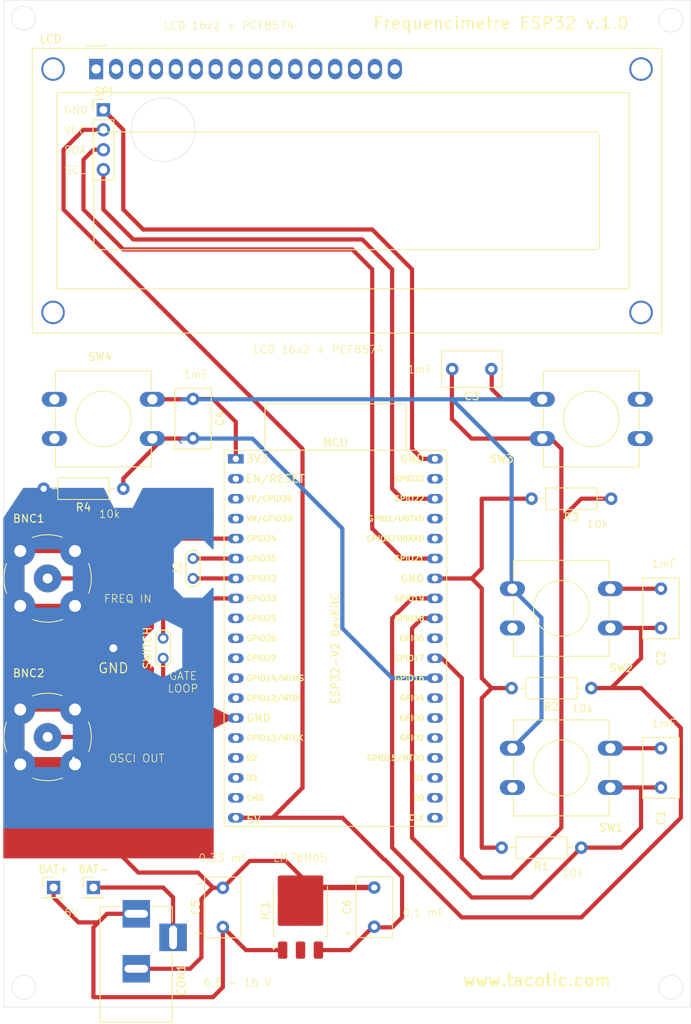
<source format=kicad_pcb>
(kicad_pcb (version 20240108) (generator "pcbnew") (generator_version "8.0")
  (layers (0 "F.Cu" signal) (31 "B.Cu" signal) (34 "B.Paste" user) (35 "F.Paste" user) (36 "B.SilkS" user "B.Silkscreen") (37 "F.SilkS" user "F.Silkscreen") (38 "B.Mask" user) (39 "F.Mask" user) (44 "Edge.Cuts" user))
  (net 0 "")
  (footprint "TestPoint:TestPoint_2Pads_Pitch2.54mm_Drill0.8mm" (layer "F.Cu") (at 113.03 110.49 90)
    (property "Reference" "SWITCH" (at 1.3 -2 90) (layer "F.SilkS"))
    (property "Value" "Loop freq Osc")
    (pad "1" thru_hole circle (at 0 0 90) (size 1.4 1.4) (drill 0.8) (layers "*.Cu" "*.Mask"))
    (pad "2" thru_hole circle (at 2.54 0 90) (size 1.4 1.4) (drill 0.8) (layers "*.Cu" "*.Mask"))
  )
  (footprint "Connector_PinHeader_2.54mm:PinHeader_1x01_P2.54mm_Vertical" (layer "F.Cu") (at 104.14 139.7)
    (property "Reference" "BAT-" (at 0 -2.33 0) (layer "F.SilkS"))
    (property "Value" "")
    (pad "1" thru_hole rect (at 0 0) (size 1.7 1.7) (drill 1) (layers "*.Cu" "*.Mask"))
  )
  (footprint "" (layer "F.Cu") (at 106.68 109.22)
    (property "Reference" "GND" (at 0 2.54 0) (layer "F.SilkS") (effects (font (size 1.27 1.27))))
    (property "Value" "")
    (pad "1" thru_hole rect (at 0 0) (size 1.7 1.7) (drill 1) (layers "*.Cu" "*.Mask"))
  )
  (footprint "Button_Switch_THT:SW_PUSH-12mm" (layer "F.Cu") (at 157.58 121.96)
    (property "Reference" "SW1" (at 12.6 10.12 0) (layer "F.SilkS"))
    (property "Value" "DOWN")
    (pad "1" thru_hole oval (at 0 0) (size 3.2 1.9) (drill 1.3) (layers "*.Cu" "*.Mask"))
    (pad "1" thru_hole oval (at 12.5 0) (size 3.2 1.9) (drill 1.3) (layers "*.Cu" "*.Mask"))
    (pad "2" thru_hole oval (at 0 5) (size 3.2 1.9) (drill 1.3) (layers "*.Cu" "*.Mask"))
    (pad "2" thru_hole oval (at 12.5 5) (size 3.2 1.9) (drill 1.3) (layers "*.Cu" "*.Mask"))
  )
  (footprint "Connector_PinHeader_2.54mm:PinHeader_1x01_P2.54mm_Vertical" (layer "F.Cu") (at 99.06 139.7)
    (property "Reference" "BAT+" (at 0 -2.33 0) (layer "F.SilkS"))
    (property "Value" "")
    (pad "1" thru_hole rect (at 0 0) (size 1.7 1.7) (drill 1) (layers "*.Cu" "*.Mask"))
  )
  (footprint "Resistor_THT:R_Axial_DIN0207_L6.3mm_D2.5mm_P10.16mm_Horizontal" (layer "F.Cu") (at 167.64 114.3 180)
    (property "Reference" "R2" (at 5.08 -2.37 0) (layer "F.SilkS"))
    (property "Value" "10K")
    (pad "1" thru_hole circle (at 0 0 180) (size 1.6 1.6) (drill 0.8) (layers "*.Cu" "*.Mask"))
    (pad "2" thru_hole oval (at 10.16 0 180) (size 1.6 1.6) (drill 0.8) (layers "*.Cu" "*.Mask"))
  )
  (footprint "Connector_Coaxial:BNC_TEConnectivity_1478204_Vertical" (layer "F.Cu") (at 98.298 120.523)
    (property "Reference" "BNC2" (at -2.413 -8.128 0) (layer "F.SilkS"))
    (property "Value" "OUTPUT SIG")
    (pad "1" thru_hole circle (at 0 0) (size 3.556 3.556) (drill 1.27) (layers "*.Cu" "*.Mask"))
    (pad "2" thru_hole circle (at -3.4925 -3.4925) (size 3.81 3.81) (drill 1.524) (layers "*.Cu" "*.Mask"))
    (pad "2" thru_hole circle (at -3.4925 3.4925) (size 3.81 3.81) (drill 1.524) (layers "*.Cu" "*.Mask"))
    (pad "2" thru_hole circle (at 3.4925 -3.4925) (size 3.81 3.81) (drill 1.524) (layers "*.Cu" "*.Mask"))
    (pad "2" thru_hole circle (at 3.4925 3.4925) (size 3.81 3.81) (drill 1.524) (layers "*.Cu" "*.Mask"))
  )
  (footprint "Connector_PinHeader_2.54mm:PinHeader_1x04_P2.54mm_Vertical" (layer "F.Cu") (at 105.41 40.64)
    (property "Reference" "SPI" (at 0 -2.33 0) (layer "F.SilkS"))
    (property "Value" "SPI DISP")
    (pad "1" thru_hole rect (at 0 0) (size 1.7 1.7) (drill 1) (layers "*.Cu" "*.Mask"))
    (pad "2" thru_hole oval (at 0 2.54) (size 1.7 1.7) (drill 1) (layers "*.Cu" "*.Mask"))
    (pad "3" thru_hole oval (at 0 5.08) (size 1.7 1.7) (drill 1) (layers "*.Cu" "*.Mask"))
    (pad "4" thru_hole oval (at 0 7.62) (size 1.7 1.7) (drill 1) (layers "*.Cu" "*.Mask"))
  )
  (footprint "Connector_Coaxial:BNC_TEConnectivity_1478204_Vertical" (layer "F.Cu") (at 98.298 100.33)
    (property "Reference" "BNC1" (at -2.413 -7.62 0) (layer "F.SilkS"))
    (property "Value" "INPUT SIG")
    (pad "1" thru_hole circle (at 0 0) (size 3.556 3.556) (drill 1.27) (layers "*.Cu" "*.Mask"))
    (pad "2" thru_hole circle (at -3.4925 -3.4925) (size 3.81 3.81) (drill 1.524) (layers "*.Cu" "*.Mask"))
    (pad "2" thru_hole circle (at -3.4925 3.4925) (size 3.81 3.81) (drill 1.524) (layers "*.Cu" "*.Mask"))
    (pad "2" thru_hole circle (at 3.4925 -3.4925) (size 3.81 3.81) (drill 1.524) (layers "*.Cu" "*.Mask"))
    (pad "2" thru_hole circle (at 3.4925 3.4925) (size 3.81 3.81) (drill 1.524) (layers "*.Cu" "*.Mask"))
  )
  (footprint "Resistor_THT:R_Axial_DIN0207_L6.3mm_D2.5mm_P10.16mm_Horizontal" (layer "F.Cu") (at 166.37 134.62 180)
    (property "Reference" "R1" (at 5.08 -2.37 0) (layer "F.SilkS"))
    (property "Value" "10K")
    (pad "1" thru_hole circle (at 0 0 180) (size 1.6 1.6) (drill 0.8) (layers "*.Cu" "*.Mask"))
    (pad "2" thru_hole oval (at 10.16 0 180) (size 1.6 1.6) (drill 0.8) (layers "*.Cu" "*.Mask"))
  )
  (footprint "Resistor_THT:R_Axial_DIN0207_L6.3mm_D2.5mm_P10.16mm_Horizontal" (layer "F.Cu") (at 107.95 88.9 180)
    (property "Reference" "R4" (at 5.08 -2.37 0) (layer "F.SilkS"))
    (property "Value" "10K")
    (pad "1" thru_hole circle (at 0 0 180) (size 1.6 1.6) (drill 0.8) (layers "*.Cu" "*.Mask"))
    (pad "2" thru_hole oval (at 10.16 0 180) (size 1.6 1.6) (drill 0.8) (layers "*.Cu" "*.Mask"))
  )
  (footprint "Resistor_THT:R_Axial_DIN0207_L6.3mm_D2.5mm_P10.16mm_Horizontal" (layer "F.Cu") (at 170.18 90.17 180)
    (property "Reference" "R3" (at 5.08 -2.37 0) (layer "F.SilkS"))
    (property "Value" "10K")
    (pad "1" thru_hole circle (at 0 0 180) (size 1.6 1.6) (drill 0.8) (layers "*.Cu" "*.Mask"))
    (pad "2" thru_hole oval (at 10.16 0 180) (size 1.6 1.6) (drill 0.8) (layers "*.Cu" "*.Mask"))
  )
  (footprint "Display:WC1602A" (layer "F.Cu") (at 104.49052 35.4425)
    (property "Reference" "LCD" (at -5.82 -3.81 0) (layer "F.SilkS"))
    (property "Value" "16X2")
    (pad "" thru_hole circle (at -5.4991 0) (size 3 3) (drill 2.5) (layers "*.Cu" "*.Mask"))
    (pad "" thru_hole circle (at -5.4991 31.0007) (size 3 3) (drill 2.5) (layers "*.Cu" "*.Mask"))
    (pad "" thru_hole circle (at 69.49948 31.0007) (size 3 3) (drill 2.5) (layers "*.Cu" "*.Mask"))
    (pad "" thru_hole circle (at 69.5 0) (size 3 3) (drill 2.5) (layers "*.Cu" "*.Mask"))
    (pad "1" thru_hole rect (at 0 0) (size 1.8 2.6) (drill 1.2) (layers "*.Cu" "*.Mask"))
    (pad "2" thru_hole oval (at 2.54 0) (size 1.8 2.6) (drill 1.2) (layers "*.Cu" "*.Mask"))
    (pad "3" thru_hole oval (at 5.08 0) (size 1.8 2.6) (drill 1.2) (layers "*.Cu" "*.Mask"))
    (pad "4" thru_hole oval (at 7.62 0) (size 1.8 2.6) (drill 1.2) (layers "*.Cu" "*.Mask"))
    (pad "5" thru_hole oval (at 10.16 0) (size 1.8 2.6) (drill 1.2) (layers "*.Cu" "*.Mask"))
    (pad "6" thru_hole oval (at 12.7 0) (size 1.8 2.6) (drill 1.2) (layers "*.Cu" "*.Mask"))
    (pad "7" thru_hole oval (at 15.24 0) (size 1.8 2.6) (drill 1.2) (layers "*.Cu" "*.Mask"))
    (pad "8" thru_hole oval (at 17.78 0) (size 1.8 2.6) (drill 1.2) (layers "*.Cu" "*.Mask"))
    (pad "9" thru_hole oval (at 20.32 0) (size 1.8 2.6) (drill 1.2) (layers "*.Cu" "*.Mask"))
    (pad "10" thru_hole oval (at 22.86 0) (size 1.8 2.6) (drill 1.2) (layers "*.Cu" "*.Mask"))
    (pad "11" thru_hole oval (at 25.4 0) (size 1.8 2.6) (drill 1.2) (layers "*.Cu" "*.Mask"))
    (pad "12" thru_hole oval (at 27.94 0) (size 1.8 2.6) (drill 1.2) (layers "*.Cu" "*.Mask"))
    (pad "13" thru_hole oval (at 30.48 0) (size 1.8 2.6) (drill 1.2) (layers "*.Cu" "*.Mask"))
    (pad "14" thru_hole oval (at 33.02 0) (size 1.8 2.6) (drill 1.2) (layers "*.Cu" "*.Mask"))
    (pad "15" thru_hole oval (at 35.56 0) (size 1.8 2.6) (drill 1.2) (layers "*.Cu" "*.Mask"))
    (pad "16" thru_hole oval (at 38.1 0) (size 1.8 2.6) (drill 1.2) (layers "*.Cu" "*.Mask"))
  )
  (footprint "MCE_Conectores:Jack_Alim" (layer "F.Cu") (at 109.6 143.05 90)
    (property "Reference" "CON1" (at -8.45 5.75 90) (layer "F.SilkS"))
    (property "Value" "Jack_Alim")
    (pad "1" thru_hole rect (at 0 0 90) (size 3.5 3.5) (drill oval 1 3) (layers "*.Cu" "*.Mask"))
    (pad "2" thru_hole rect (at -7 0 90) (size 3.5 3.5) (drill oval 1 3) (layers "*.Cu" "*.Mask"))
    (pad "3" thru_hole rect (at -3 4.7 90) (size 3.5 3.5) (drill oval 3 1) (layers "*.Cu" "*.Mask"))
  )
  (footprint "Button_Switch_THT:SW_PUSH-12mm" (layer "F.Cu") (at 157.58 101.64)
    (property "Reference" "SW2" (at 13.87 10.12 0) (layer "F.SilkS"))
    (property "Value" "UP")
    (pad "1" thru_hole oval (at 0 0) (size 3.2 1.9) (drill 1.3) (layers "*.Cu" "*.Mask"))
    (pad "1" thru_hole oval (at 12.5 0) (size 3.2 1.9) (drill 1.3) (layers "*.Cu" "*.Mask"))
    (pad "2" thru_hole oval (at 0 5) (size 3.2 1.9) (drill 1.3) (layers "*.Cu" "*.Mask"))
    (pad "2" thru_hole oval (at 12.5 5) (size 3.2 1.9) (drill 1.3) (layers "*.Cu" "*.Mask"))
  )
  (footprint "Capacitor_THT:C_Disc_D7.5mm_W4.4mm_P5.00mm" (layer "F.Cu") (at 120.65 144.74 90)
    (property "Reference" "C5" (at 2.5 -3.45 90) (layer "F.SilkS"))
    (property "Value" "0,33mF")
    (pad "1" thru_hole circle (at 0 0 90) (size 1.6 1.6) (drill 0.8) (layers "*.Cu" "*.Mask"))
    (pad "2" thru_hole circle (at 5 0 90) (size 1.6 1.6) (drill 0.8) (layers "*.Cu" "*.Mask"))
  )
  (footprint "TestPoint:TestPoint_2Pads_Pitch2.54mm_Drill0.8mm" (layer "F.Cu") (at 116.84 100.33 90)
    (property "Reference" "J2" (at 1.3 -2 90) (layer "F.SilkS"))
    (property "Value" "JUMPER")
    (pad "1" thru_hole circle (at 0 0 90) (size 1.4 1.4) (drill 0.8) (layers "*.Cu" "*.Mask"))
    (pad "2" thru_hole circle (at 2.54 0 90) (size 1.4 1.4) (drill 0.8) (layers "*.Cu" "*.Mask"))
  )
  (footprint "Button_Switch_THT:SW_PUSH-12mm" (layer "F.Cu") (at 161.39 77.51)
    (property "Reference" "SW3" (at -5.18 7.58 0) (layer "F.SilkS"))
    (property "Value" "STEP")
    (pad "1" thru_hole oval (at 0 0) (size 3.2 1.9) (drill 1.3) (layers "*.Cu" "*.Mask"))
    (pad "1" thru_hole oval (at 12.5 0) (size 3.2 1.9) (drill 1.3) (layers "*.Cu" "*.Mask"))
    (pad "2" thru_hole oval (at 0 5) (size 3.2 1.9) (drill 1.3) (layers "*.Cu" "*.Mask"))
    (pad "2" thru_hole oval (at 12.5 5) (size 3.2 1.9) (drill 1.3) (layers "*.Cu" "*.Mask"))
  )
  (footprint "Capacitor_THT:C_Disc_D7.5mm_W4.4mm_P5.00mm" (layer "F.Cu") (at 116.84 77.47 -90)
    (property "Reference" "C4" (at 2.5 -3.45 90) (layer "F.SilkS"))
    (property "Value" "1 mF")
    (pad "1" thru_hole circle (at 0 0 270) (size 1.6 1.6) (drill 0.8) (layers "*.Cu" "*.Mask"))
    (pad "2" thru_hole circle (at 5 0 270) (size 1.6 1.6) (drill 0.8) (layers "*.Cu" "*.Mask"))
  )
  (footprint "Capacitor_THT:C_Disc_D7.5mm_W4.4mm_P5.00mm" (layer "F.Cu") (at 139.954 144.7 90)
    (property "Reference" "C6" (at 2.5 -3.45 90) (layer "F.SilkS"))
    (property "Value" "0,1 mF")
    (pad "2" thru_hole circle (at 5 0 90) (size 1.6 1.6) (drill 0.8) (layers "*.Cu" "*.Mask"))
    (pad "3" thru_hole circle (at 0 0 90) (size 1.6 1.6) (drill 0.8) (layers "*.Cu" "*.Mask"))
  )
  (footprint "Package_TO_SOT_SMD:TO-252-3_TabPin2" (layer "F.Cu") (at 130.555 142.635 90)
    (property "Reference" "IC1" (at 0 -4.5 90) (layer "F.SilkS"))
    (property "Value" "L78M05")
    (pad "1" smd roundrect (at -5.04 -2.28 90) (size 2.2 1.2) (layers "F.Cu" "F.Paste" "F.Mask") (roundrect_rratio 0.208333))
    (pad "2" smd roundrect (at -5.04 0 90) (size 2.2 1.2) (layers "F.Cu" "F.Paste" "F.Mask") (roundrect_rratio 0.208333))
    (pad "2" smd roundrect (at -0.415 -1.525 90) (size 3.05 2.75) (layers "F.Cu" "F.Paste") (roundrect_rratio 0.090909))
    (pad "2" smd roundrect (at -0.415 1.525 90) (size 3.05 2.75) (layers "F.Cu" "F.Paste") (roundrect_rratio 0.090909))
    (pad "2" smd roundrect (at 1.26 0 90) (size 6.4 5.8) (layers "F.Cu" "F.Mask") (roundrect_rratio 0.043103))
    (pad "2" smd roundrect (at 2.935 -1.525 90) (size 3.05 2.75) (layers "F.Cu" "F.Paste") (roundrect_rratio 0.090909))
    (pad "2" smd roundrect (at 2.935 1.525 90) (size 3.05 2.75) (layers "F.Cu" "F.Paste") (roundrect_rratio 0.090909))
    (pad "3" smd roundrect (at -5.04 2.28 90) (size 2.2 1.2) (layers "F.Cu" "F.Paste" "F.Mask") (roundrect_rratio 0.208333))
  )
  (footprint "Capacitor_THT:C_Disc_D7.5mm_W4.4mm_P5.00mm" (layer "F.Cu") (at 154.9 73.66 180)
    (property "Reference" "C3" (at 2.5 -3.45 0) (layer "F.SilkS"))
    (property "Value" "1 mF")
    (pad "1" thru_hole circle (at 0 0 180) (size 1.6 1.6) (drill 0.8) (layers "*.Cu" "*.Mask"))
    (pad "2" thru_hole circle (at 5 0 180) (size 1.6 1.6) (drill 0.8) (layers "*.Cu" "*.Mask"))
  )
  (footprint "PCM_Espressif:ESP32-DevKitC" (layer "F.Cu") (at 122.3 85.09656)
    (property "Reference" "MCU" (at 12.7 -2.1 0) (layer "F.SilkS"))
    (property "Value" "ESP32-V2 DevKitC" (at 12.7 24.13 90) (layer "F.SilkS"))
    (fp_text user "GPIO1/U0TXD" (at 24.13 7.62 0) (layer "F.SilkS") (effects (font (size 0.7 0.7)) (justify right)))
    (fp_text user "GPIO34" (at 1.27 10.16 0) (layer "F.SilkS") (effects (font (size 0.7 0.7)) (justify left)))
    (fp_text user "CLK" (at 24.13 45.72 0) (layer "F.SilkS") (effects (font (size 0.7 0.7)) (justify right)))
    (fp_text user "GPIO0" (at 24.13 33.02 0) (layer "F.SilkS") (effects (font (size 0.7 0.7)) (justify right)))
    (fp_text user "GPIO3/U0RXD" (at 24.13 10.16 0) (layer "F.SilkS") (effects (font (size 0.7 0.7)) (justify right)))
    (fp_text user "GPIO19" (at 24.13 17.78 0) (layer "F.SilkS") (effects (font (size 0.7 0.7)) (justify right)))
    (fp_text user "VN/GPIO39" (at 1.27 7.62 0) (layer "F.SilkS") (effects (font (size 0.7 0.7)) (justify left)))
    (fp_text user "GPIO25" (at 1.27 20.32 0) (layer "F.SilkS") (effects (font (size 0.7 0.7)) (justify left)))
    (fp_text user "GPIO27" (at 1.27 25.4 0) (layer "F.SilkS") (effects (font (size 0.7 0.7)) (justify left)))
    (fp_text user "GPIO14/MTMS" (at 1.27 27.94 0) (layer "F.SilkS") (effects (font (size 0.7 0.7)) (justify left)))
    (fp_text user "GPIO23" (at 24.13 2.54 0) (layer "F.SilkS") (effects (font (size 0.7 0.7)) (justify right)))
    (fp_text user "GPIO21" (at 24.13 12.7 0) (layer "F.SilkS") (effects (font (size 0.7 0.7)) (justify right)))
    (fp_text user "GPIO35" (at 1.27 12.7 0) (layer "F.SilkS") (effects (font (size 0.7 0.7)) (justify left)))
    (fp_text user "3V3" (at 1.27 0 0) (layer "F.SilkS") (effects (justify left)))
    (fp_text user "GPIO22" (at 24.13 5.08 0) (layer "F.SilkS") (effects (font (size 0.7 0.7)) (justify right)))
    (fp_text user "GND" (at 24.13 15.24 0) (layer "F.SilkS") (effects (justify right)))
    (fp_text user "GND" (at 1.27 33.02 0) (layer "F.SilkS") (effects (justify left)))
    (fp_text user "GPIO16" (at 24.13 27.94 0) (layer "F.SilkS") (effects (font (size 0.7 0.7)) (justify right)))
    (fp_text user "GPIO2" (at 24.13 35.56 0) (layer "F.SilkS") (effects (font (size 0.7 0.7)) (justify right)))
    (fp_text user "D2" (at 1.27 38.1 0) (layer "F.SilkS") (effects (font (size 0.7 0.7)) (justify left)))
    (fp_text user "EN/RESET" (at 8.88632 2.53728 0) (layer "F.SilkS") (effects (justify right)))
    (fp_text user "GPIO12/MTDI" (at 1.27 30.48 0) (layer "F.SilkS") (effects (font (size 0.7 0.7)) (justify left)))
    (fp_text user "GPIO18" (at 24.13 20.32 0) (layer "F.SilkS") (effects (font (size 0.7 0.7)) (justify right)))
    (fp_text user "VP/GPIO36" (at 1.27 5.08 0) (layer "F.SilkS") (effects (font (size 0.7 0.7)) (justify left)))
    (fp_text user "D3" (at 1.27 40.64 0) (layer "F.SilkS") (effects (font (size 0.7 0.7)) (justify left)))
    (fp_text user "GPIO17" (at 24.13 25.4 0) (layer "F.SilkS") (effects (font (size 0.7 0.7)) (justify right)))
    (fp_text user "GPIO4" (at 24.13 30.48 0) (layer "F.SilkS") (effects (font (size 0.7 0.7)) (justify right)))
    (fp_text user "GPIO32" (at 1.27 15.24 0) (layer "F.SilkS") (effects (font (size 0.7 0.7)) (justify left)))
    (fp_text user "GPIO33" (at 1.27 17.78 0) (layer "F.SilkS") (effects (font (size 0.7 0.7)) (justify left)))
    (fp_text user "5V" (at 1.26632 45.97128 0) (layer "F.SilkS") (effects (justify left)))
    (fp_text user "GND" (at 24.13 0 0) (layer "F.SilkS") (effects (justify right)))
    (fp_text user "D1" (at 24.13 40.64 0) (layer "F.SilkS") (effects (font (size 0.7 0.7)) (justify right)))
    (fp_text user "GPIO26" (at 1.27 22.86 0) (layer "F.SilkS") (effects (font (size 0.7 0.7)) (justify left)))
    (fp_text user "CMD" (at 1.27 43.18 0) (layer "F.SilkS") (effects (font (size 0.7 0.7)) (justify left)))
    (fp_text user "GPIO13/MTCK" (at 1.27 35.56 0) (layer "F.SilkS") (effects (font (size 0.7 0.7)) (justify left)))
    (fp_text user "GPIO5" (at 24.13 22.86 0) (layer "F.SilkS") (effects (font (size 0.7 0.7)) (justify right)))
    (fp_text user "GPIO15/MTDO" (at 24.13 38.1 0) (layer "F.SilkS") (effects (font (size 0.7 0.7)) (justify right)))
    (fp_text user "D0" (at 24.13 43.18 0) (layer "F.SilkS") (effects (font (size 0.7 0.7)) (justify right)))
    (pad "1" thru_hole rect (at 0 0 270) (size 1.2 2) (drill 0.8) (layers "*.Cu" "*.Mask"))
    (pad "2" thru_hole oval (at 0 2.54 270) (size 1.2 2) (drill 0.8) (layers "*.Cu" "*.Mask"))
    (pad "3" thru_hole oval (at 0 5.08 270) (size 1.2 2) (drill 0.8) (layers "*.Cu" "*.Mask"))
    (pad "4" thru_hole oval (at 0 7.62 270) (size 1.2 2) (drill 0.8) (layers "*.Cu" "*.Mask"))
    (pad "5" thru_hole oval (at 0 10.16 270) (size 1.2 2) (drill 0.8) (layers "*.Cu" "*.Mask"))
    (pad "6" thru_hole oval (at 0 12.7 270) (size 1.2 2) (drill 0.8) (layers "*.Cu" "*.Mask"))
    (pad "7" thru_hole oval (at 0 15.24 270) (size 1.2 2) (drill 0.8) (layers "*.Cu" "*.Mask"))
    (pad "8" thru_hole oval (at 0 17.78 270) (size 1.2 2) (drill 0.8) (layers "*.Cu" "*.Mask"))
    (pad "9" thru_hole oval (at 0 20.32 270) (size 1.2 2) (drill 0.8) (layers "*.Cu" "*.Mask"))
    (pad "10" thru_hole oval (at 0 22.86 270) (size 1.2 2) (drill 0.8) (layers "*.Cu" "*.Mask"))
    (pad "11" thru_hole oval (at 0 25.4 270) (size 1.2 2) (drill 0.8) (layers "*.Cu" "*.Mask"))
    (pad "12" thru_hole oval (at 0 27.94 270) (size 1.2 2) (drill 0.8) (layers "*.Cu" "*.Mask"))
    (pad "13" thru_hole oval (at 0 30.48 270) (size 1.2 2) (drill 0.8) (layers "*.Cu" "*.Mask"))
    (pad "14" thru_hole oval (at 0 33.02 270) (size 1.2 2) (drill 0.8) (layers "*.Cu" "*.Mask"))
    (pad "15" thru_hole oval (at 0 35.56 270) (size 1.2 2) (drill 0.8) (layers "*.Cu" "*.Mask"))
    (pad "16" thru_hole oval (at 0 38.1 270) (size 1.2 2) (drill 0.8) (layers "*.Cu" "*.Mask"))
    (pad "17" thru_hole oval (at 0 40.64 270) (size 1.2 2) (drill 0.8) (layers "*.Cu" "*.Mask"))
    (pad "18" thru_hole oval (at 0 43.18 270) (size 1.2 2) (drill 0.8) (layers "*.Cu" "*.Mask"))
    (pad "19" thru_hole oval (at 0 45.72 270) (size 1.2 2) (drill 0.8) (layers "*.Cu" "*.Mask"))
    (pad "20" thru_hole oval (at 25.39632 45.71728 270) (size 1.2 2) (drill 0.8) (layers "*.Cu" "*.Mask"))
    (pad "21" thru_hole oval (at 25.39632 43.17728 270) (size 1.2 2) (drill 0.8) (layers "*.Cu" "*.Mask"))
    (pad "22" thru_hole oval (at 25.4 40.64 270) (size 1.2 2) (drill 0.8) (layers "*.Cu" "*.Mask"))
    (pad "23" thru_hole oval (at 25.4 38.1 270) (size 1.2 2) (drill 0.8) (layers "*.Cu" "*.Mask"))
    (pad "24" thru_hole oval (at 25.4 35.56 270) (size 1.2 2) (drill 0.8) (layers "*.Cu" "*.Mask"))
    (pad "25" thru_hole oval (at 25.4 33.02 270) (size 1.2 2) (drill 0.8) (layers "*.Cu" "*.Mask"))
    (pad "26" thru_hole oval (at 25.4 30.48 270) (size 1.2 2) (drill 0.8) (layers "*.Cu" "*.Mask"))
    (pad "27" thru_hole oval (at 25.4 27.94 270) (size 1.2 2) (drill 0.8) (layers "*.Cu" "*.Mask"))
    (pad "28" thru_hole oval (at 25.4 25.4 270) (size 1.2 2) (drill 0.8) (layers "*.Cu" "*.Mask"))
    (pad "29" thru_hole oval (at 25.4 22.86 270) (size 1.2 2) (drill 0.8) (layers "*.Cu" "*.Mask"))
    (pad "30" thru_hole oval (at 25.4 20.32 270) (size 1.2 2) (drill 0.8) (layers "*.Cu" "*.Mask"))
    (pad "31" thru_hole oval (at 25.4 17.78 270) (size 1.2 2) (drill 0.8) (layers "*.Cu" "*.Mask"))
    (pad "32" thru_hole oval (at 25.4 15.24 270) (size 1.2 2) (drill 0.8) (layers "*.Cu" "*.Mask"))
    (pad "33" thru_hole oval (at 25.4 12.7 270) (size 1.2 2) (drill 0.8) (layers "*.Cu" "*.Mask"))
    (pad "34" thru_hole oval (at 25.4 10.16 270) (size 1.2 2) (drill 0.8) (layers "*.Cu" "*.Mask"))
    (pad "35" thru_hole oval (at 25.4 7.62 270) (size 1.2 2) (drill 0.8) (layers "*.Cu" "*.Mask"))
    (pad "36" thru_hole oval (at 25.4 5.08 270) (size 1.2 2) (drill 0.8) (layers "*.Cu" "*.Mask"))
    (pad "37" thru_hole oval (at 25.4 2.54 270) (size 1.2 2) (drill 0.8) (layers "*.Cu" "*.Mask"))
    (pad "38" thru_hole oval (at 25.4 0 270) (size 1.2 2) (drill 0.8) (layers "*.Cu" "*.Mask"))
  )
  (footprint "Capacitor_THT:C_Disc_D7.5mm_W4.4mm_P5.00mm" (layer "F.Cu") (at 176.53 121.96 -90)
    (property "Reference" "C1" (at 8.85 0 90) (layer "F.SilkS"))
    (property "Value" "1 mF")
    (pad "1" thru_hole circle (at 0 0 270) (size 1.6 1.6) (drill 0.8) (layers "*.Cu" "*.Mask"))
    (pad "2" thru_hole circle (at 5 0 270) (size 1.6 1.6) (drill 0.8) (layers "*.Cu" "*.Mask"))
  )
  (footprint "Capacitor_THT:C_Disc_D7.5mm_W4.4mm_P5.00mm" (layer "F.Cu") (at 176.53 101.64 -90)
    (property "Reference" "C2" (at 8.85 0 90) (layer "F.SilkS"))
    (property "Value" "1 mF")
    (pad "1" thru_hole circle (at 0 0 270) (size 1.6 1.6) (drill 0.8) (layers "*.Cu" "*.Mask"))
    (pad "2" thru_hole circle (at 5 0 270) (size 1.6 1.6) (drill 0.8) (layers "*.Cu" "*.Mask"))
  )
  (footprint "Button_Switch_THT:SW_PUSH-12mm" (layer "F.Cu") (at 99.16 77.51)
    (property "Reference" "SW4" (at 5.83 -5.41 0) (layer "F.SilkS"))
    (property "Value" "DISP MOD")
    (pad "1" thru_hole oval (at 0 0) (size 3.2 1.9) (drill 1.3) (layers "*.Cu" "*.Mask"))
    (pad "1" thru_hole oval (at 12.5 0) (size 3.2 1.9) (drill 1.3) (layers "*.Cu" "*.Mask"))
    (pad "2" thru_hole oval (at 0 5) (size 3.2 1.9) (drill 1.3) (layers "*.Cu" "*.Mask"))
    (pad "2" thru_hole oval (at 12.5 5) (size 3.2 1.9) (drill 1.3) (layers "*.Cu" "*.Mask"))
  )
  (gr_poly (pts (xy 93.98 132.08) (xy 118.11 132.08) (xy 118.11 118.11) (xy 115.57 118.11) (xy 111.76 121.92) (xy 104.14 121.92) (xy 102.87 123.19) (xy 93.98 123.19)) (stroke (width 0.2)) (fill solid) (layer "F.Cu"))
  (gr_poly (pts (xy 115.57 118.11) (xy 119.38 114.3) (xy 119.38 116.84) (xy 121.92 118.11)) (stroke (width 0.2)) (fill solid) (layer "F.Cu"))
  (gr_poly (pts (xy 119.38 119.38) (xy 121.92 118.11) (xy 119.38 118.11)) (stroke (width 0.2)) (fill solid) (layer "F.Cu"))
  (gr_poly (pts (xy 118.11 132.08) (xy 119.38 132.08) (xy 119.38 116.84) (xy 118.11 118.11)) (stroke (width 0.2)) (fill solid) (layer "F.Cu"))
  (gr_poly (pts (xy 93.98 96.52) (xy 93.98 124.46) (xy 95.25 124.46) (xy 95.25 96.52)) (stroke (width 0.2)) (fill solid) (layer "F.Cu"))
  (gr_line (start 139.7 139.7) (end 133.35 139.7) (stroke (width 0.6858)) (layer "F.Cu"))
  (gr_poly (pts (xy 93.98 132.08) (xy 92.71 132.08) (xy 92.71 92.71) (xy 113.03 92.71) (xy 113.03 93.98) (xy 107.95 99.06) (xy 102.87 99.06) (xy 102.87 96.52) (xy 93.98 96.52)) (stroke (width 0.2)) (fill solid) (layer "F.Cu"))
  (gr_poly (pts (xy 92.71 132.08) (xy 92.71 135.89) (xy 119.38 135.89) (xy 119.38 132.08)) (stroke (width 0.2)) (fill solid) (layer "F.Cu"))
  (gr_line (start 114.3 146.05) (end 114.3 140.97) (stroke (width 0.5334)) (layer "F.Cu"))
  (gr_poly (pts (xy 101.6 104.14) (xy 104.14 101.6) (xy 107.95 101.6) (xy 111.76 97.79) (xy 111.76 106.68) (xy 110.49 107.95) (xy 110.49 110.49) (xy 111.76 111.76) (xy 111.76 118.11) (xy 110.49 119.38) (xy 104.14 119.38) (xy 101.6 116.84) (xy 93.98 116.84) (xy 93.98 104.14)) (stroke (width 0.2)) (fill solid) (layer "F.Cu"))
  (gr_poly (pts (xy 110.49 88.9) (xy 109.22 91.44) (xy 106.68 91.44) (xy 106.68 92.71) (xy 119.38 92.71) (xy 119.38 88.9)) (stroke (width 0.2)) (fill solid) (layer "F.Cu"))
  (gr_poly (pts (xy 92.71 92.71) (xy 95.25 88.9) (xy 105.41 88.9) (xy 106.68 91.44) (xy 119.38 91.44) (xy 119.38 93.98) (xy 92.71 93.98)) (stroke (width 0.2)) (fill solid) (layer "F.Cu"))
  (gr_poly (pts (xy 92.71 92.71) (xy 95.25 88.9) (xy 105.41 88.9) (xy 106.68 92.71) (xy 119.38 92.71) (xy 119.38 96.52) (xy 118.11 95.25) (xy 115.57 95.25) (xy 114.3 96.52) (xy 114.3 101.6) (xy 115.57 102.87) (xy 118.11 102.87) (xy 119.38 101.6) (xy 119.38 132.08) (xy 118.11 132.08) (xy 92.71 132.08) (xy 92.71 124.46) (xy 101.6 124.46) (xy 101.6 116.84) (xy 113.03 116.84) (xy 113.03 113.03) (xy 115.57 111.76) (xy 115.57 106.68) (xy 113.03 105.41) (xy 101.6 105.41) (xy 101.6 96.52) (xy 92.71 96.52)) (stroke (width 0.2)) (fill solid) (layer "B.Cu"))
  (gr_poly (pts (xy 105.41 88.9) (xy 106.68 91.44) (xy 105.41 91.44)) (stroke (width 0.2)) (fill solid) (layer "B.Cu"))
  (gr_poly (pts (xy 119.38 88.9) (xy 118.11 88.9) (xy 110.49 88.9) (xy 109.22 91.44) (xy 105.41 91.44) (xy 106.68 92.71) (xy 119.38 92.71)) (stroke (width 0.2)) (fill solid) (layer "B.Cu"))
  (gr_poly (pts (xy 92.71 96.52) (xy 95.25 96.52) (xy 95.25 104.14) (xy 113.03 104.14) (xy 113.03 105.41) (xy 110.49 106.68) (xy 110.49 111.76) (xy 113.03 113.03) (xy 113.03 116.84) (xy 96.52 116.84) (xy 95.25 118.11) (xy 95.25 124.46) (xy 92.71 124.46)) (stroke (width 0.2)) (fill solid) (layer "B.Cu"))
  (gr_circle (center 95.25 28.956) (end 96.774 28.956) (stroke (width 0.05)) (fill none) (layer "Edge.Cuts"))
  (gr_circle (center 177.8 152.4) (end 179.324 152.4) (stroke (width 0.05)) (fill none) (layer "Edge.Cuts"))
  (gr_circle (center 177.8 29.21) (end 179.324 29.21) (stroke (width 0.05)) (fill none) (layer "Edge.Cuts"))
  (gr_circle (center 95.25 152.4) (end 96.774 152.4) (stroke (width 0.05)) (fill none) (layer "Edge.Cuts"))
  (gr_circle (center 113.03 43.18) (end 117.094 43.18) (stroke (width 0.05)) (fill none) (layer "Edge.Cuts"))
  (gr_rect (start 92.71 26.67) (end 180.34 154.94) (stroke (width 0.05)) (fill none) (layer "Edge.Cuts"))
  (gr_text "-" (at 135.89 139.7 0) (layer "F.SilkS") (effects (font (size 1 1) (thickness 0.1)) (justify left bottom)))
  (gr_text "10k" (at 165.1 117.475 0) (layer "F.SilkS") (effects (font (size 1 1) (thickness 0.1)) (justify left bottom)))
  (gr_text "1mF" (at 144.145 74.295 0) (layer "F.SilkS") (effects (font (size 1 1) (thickness 0.1)) (justify left bottom)))
  (gr_text "LCD 16x2 + PCF8574" (at 124.46 71.755 0) (layer "F.SilkS") (effects (font (size 1 1) (thickness 0.1)) (justify left bottom)))
  (gr_text "+" (at 116.84 146.05 0) (layer "F.SilkS") (effects (font (size 1 1) (thickness 0.1)) (justify left bottom)))
  (gr_text "SCL" (at 100.33 48.895 0) (layer "F.SilkS") (effects (font (size 1 1) (thickness 0.1)) (justify left bottom)))
  (gr_text "LCD 16x2 + PCF8574" (at 113.03 30.48 0) (layer "F.SilkS") (effects (font (size 1 1) (thickness 0.1)) (justify left bottom)))
  (gr_text "GATE\nLOOP" (at 115.57 114.935 0) (layer "F.SilkS") (effects (font (size 1 1) (thickness 0.1)) (justify bottom)))
  (gr_text "0,1 mF" (at 143.51 143.51 0) (layer "F.SilkS") (effects (font (size 1 1) (thickness 0.1)) (justify left bottom)))
  (gr_text "OSCI OUT" (at 106.045 123.825 0) (layer "F.SilkS") (effects (font (size 1 1) (thickness 0.1)) (justify left bottom)))
  (gr_text "-" (at 116.84 139.7 0) (layer "F.SilkS") (effects (font (size 1 1) (thickness 0.1)) (justify left bottom)))
  (gr_text "GND" (at 100.33 41.275 0) (layer "F.SilkS") (effects (font (size 1 1) (thickness 0.1)) (justify left bottom)))
  (gr_text "SDA" (at 100.33 46.355 0) (layer "F.SilkS") (effects (font (size 1 1) (thickness 0.1)) (justify left bottom)))
  (gr_text "6,5 - 16 V" (at 118.11 152.4 0) (layer "F.SilkS") (effects (font (size 1 1) (thickness 0.1)) (justify left bottom)))
  (gr_text "6V" (at 100.33 143.51 0) (layer "F.SilkS") (effects (font (size 1 1) (thickness 0.1)) (justify left bottom)))
  (gr_text "0,33 mF" (at 117.475 136.525 0) (layer "F.SilkS") (effects (font (size 1 1) (thickness 0.1)) (justify left bottom)))
  (gr_text "Frequencimetre ESP32 v.1.0" (at 139.7 30.48 0) (layer "F.SilkS") (effects (font (size 1.524 1.524) (thickness 0.1905)) (justify left bottom)))
  (gr_text "10k" (at 167.005 93.98 0) (layer "F.SilkS") (effects (font (size 1 1) (thickness 0.1)) (justify left bottom)))
  (gr_text "1mF" (at 115.57 74.93 0) (layer "F.SilkS") (effects (font (size 1 1) (thickness 0.1)) (justify left bottom)))
  (gr_text "www.tacotic.com" (at 151.13 152.4 0) (layer "F.SilkS") (effects (font (size 1.524 1.524) (thickness 0.254) (bold yes)) (justify left bottom)))
  (gr_text "VCC" (at 100.33 43.815 0) (layer "F.SilkS") (effects (font (size 1 1) (thickness 0.1)) (justify left bottom)))
  (gr_text "1mF" (at 175.26 99.06 0) (layer "F.SilkS") (effects (font (size 1 1) (thickness 0.1)) (justify left bottom)))
  (gr_text "LM78M05" (at 127 136.525 0) (layer "F.SilkS") (effects (font (size 1 1) (thickness 0.1)) (justify left bottom)))
  (gr_text "+" (at 135.89 146.05 0) (layer "F.SilkS") (effects (font (size 1 1) (thickness 0.1)) (justify left bottom)))
  (gr_text "10k" (at 163.83 138.43 0) (layer "F.SilkS") (effects (font (size 1 1) (thickness 0.1)) (justify left bottom)))
  (gr_text "FREQ IN" (at 105.41 103.505 0) (layer "F.SilkS") (effects (font (size 1 1) (thickness 0.1)) (justify left bottom)))
  (gr_text "10k" (at 104.775 92.71 0) (layer "F.SilkS") (effects (font (size 1 1) (thickness 0.1)) (justify left bottom)))
  (gr_text "1mF" (at 175.26 119.38 0) (layer "F.SilkS") (effects (font (size 1 1) (thickness 0.1)) (justify left bottom)))
  (segment (start 122.3 118.11656) (end 116.19844 118.11656) (width 0.5334) (layer "F.Cu") (net 0))
  (segment (start 123.585 147.675) (end 120.65 144.74) (width 0.5334) (layer "F.Cu") (net 0))
  (segment (start 124.08 136.31) (end 120.65 139.74) (width 0.5334) (layer "F.Cu") (net 0))
  (segment (start 144.78656 97.79656) (end 144.78 97.79) (width 0.2) (layer "F.Cu") (net 0))
  (segment (start 154.94 73.7) (end 154.9 73.66) (width 0.2) (layer "F.Cu") (net 0))
  (segment (start 146.05 105.41) (end 147.69344 105.41) (width 0.5334) (layer "F.Cu") (net 0))
  (segment (start 151.13 135.89) (end 151.13 113.03) (width 0.5334) (layer "F.Cu") (net 0))
  (segment (start 120.65 144.74) (end 120.65 152.4) (width 0.5334) (layer "F.Cu") (net 0))
  (segment (start 173.99 132.08) (end 171.45 134.62) (width 0.5334) (layer "F.Cu") (net 0))
  (segment (start 179.07 130.81) (end 179.07 119.38) (width 0.5334) (layer "F.Cu") (net 0))
  (segment (start 119.38 139.7) (end 117.475 137.795) (width 0.5334) (layer "F.Cu") (net 0))
  (segment (start 104.394 121.92) (end 112.395 121.92) (width 0.5334) (layer "F.Cu") (net 0))
  (segment (start 111.66 77.51) (end 116.8 77.51) (width 0.5334) (layer "F.Cu") (net 0))
  (segment (start 146.05656 85.09656) (end 146.05 85.09) (width 0.2) (layer "F.Cu") (net 0))
  (segment (start 151.13 143.51) (end 166.37 143.51) (width 0.5334) (layer "F.Cu") (net 0))
  (segment (start 109.855 137.795) (end 106.045 133.985) (width 0.5334) (layer "F.Cu") (net 0))
  (segment (start 141.2207 136.1407) (end 135.89656 130.81656) (width 0.5334) (layer "F.Cu") (net 0))
  (segment (start 152.39344 100.33656) (end 152.4 100.33) (width 0.5334) (layer "F.Cu") (net 0))
  (segment (start 122.3 95.25656) (end 115.56344 95.25656) (width 0.3556) (layer "F.Cu") (net 0))
  (segment (start 149.85344 100.33656) (end 149.86 100.33) (width 0.2) (layer "F.Cu") (net 0))
  (segment (start 143.51 138.3533) (end 141.2974 136.1407) (width 0.5334) (layer "F.Cu") (net 0))
  (segment (start 128.275 147.675) (end 127.92 147.32) (width 0.5334) (layer "F.Cu") (net 0))
  (segment (start 142.24 144.78) (end 143.51 143.51) (width 0.5334) (layer "F.Cu") (net 0))
  (segment (start 113.03 118.872) (end 113.0935 118.9355) (width 0.2) (layer "F.Cu") (net 0))
  (segment (start 113.03 95.25) (end 107.95 100.33) (width 0.5334) (layer "F.Cu") (net 0))
  (segment (start 166.37 90.17) (end 163.83 92.71) (width 0.5334) (layer "F.Cu") (net 0))
  (segment (start 143.51 143.51) (end 143.51 138.3533) (width 0.5334) (layer "F.Cu") (net 0))
  (segment (start 143.51656 90.17656) (end 147.7 90.17656) (width 0.5334) (layer "F.Cu") (net 0))
  (segment (start 105.87 143.05) (end 109.6 143.05) (width 0.5334) (layer "F.Cu") (net 0))
  (segment (start 170.08 101.64) (end 176.53 101.64) (width 0.5334) (layer "F.Cu") (net 0))
  (segment (start 144.78 60.96) (end 144.78 83.82) (width 0.5334) (layer "F.Cu") (net 0))
  (segment (start 113.03 107.95) (end 113.03 95.26312) (width 0.5334) (layer "F.Cu") (net 0))
  (segment (start 122.3 130.81656) (end 126.99344 130.81656) (width 0.5334) (layer "F.Cu") (net 0))
  (segment (start 151.13 113.03) (end 148.59656 110.49656) (width 0.5334) (layer "F.Cu") (net 0))
  (segment (start 119.38 77.47) (end 116.84 77.47) (width 0.5334) (layer "F.Cu") (net 0))
  (segment (start 122.3 85.09656) (end 122.3 80.39) (width 0.5334) (layer "F.Cu") (net 0))
  (segment (start 153.67 90.17) (end 160.02 90.17) (width 0.5334) (layer "F.Cu") (net 0))
  (segment (start 139.78 144.7) (end 139.954 144.7) (width 0.5334) (layer "F.Cu") (net 0))
  (segment (start 153.67 101.6) (end 152.4 100.33) (width 0.5334) (layer "F.Cu") (net 0))
  (segment (start 116.46 150.05) (end 117.92 148.59) (width 0.5334) (layer "F.Cu") (net 0))
  (segment (start 139.954 144.7) (end 140.034 144.78) (width 0.5334) (layer "F.Cu") (net 0))
  (segment (start 119.24644 102.87656) (end 122.3 102.87656) (width 0.5334) (layer "F.Cu") (net 0))
  (segment (start 113.0935 118.9355) (end 111.506 120.523) (width 0.5334) (layer "F.Cu") (net 0))
  (segment (start 144.78 83.82) (end 146.05 85.09) (width 0.5334) (layer "F.Cu") (net 0))
  (segment (start 107.95 100.33) (end 99.06 100.33) (width 0.5334) (layer "F.Cu") (net 0))
  (segment (start 179.07 119.38) (end 173.99 114.3) (width 0.5334) (layer "F.Cu") (net 0))
  (segment (start 104.775 144.145) (end 105.87 143.05) (width 0.5334) (layer "F.Cu") (net 0))
  (segment (start 102.87 53.34) (end 107.95 58.42) (width 0.5334) (layer "F.Cu") (net 0))
  (segment (start 153.67 115.57) (end 154.94 114.3) (width 0.5334) (layer "F.Cu") (net 0))
  (segment (start 105.41 53.34) (end 109.22 57.15) (width 0.5334) (layer "F.Cu") (net 0))
  (segment (start 130.81 83.82) (end 130.81 127) (width 0.5334) (layer "F.Cu") (net 0))
  (segment (start 144.78 106.68) (end 146.05 105.41) (width 0.5334) (layer "F.Cu") (net 0))
  (segment (start 153.67 113.03) (end 153.67 101.6) (width 0.5334) (layer "F.Cu") (net 0))
  (segment (start 154.94 76.2) (end 154.94 73.7) (width 0.5334) (layer "F.Cu") (net 0))
  (segment (start 94.8055 117.0305) (end 94.8055 106.0275) (width 0.5334) (layer "F.Cu") (net 0))
  (segment (start 173.99 114.3) (end 167.64 114.3) (width 0.5334) (layer "F.Cu") (net 0))
  (segment (start 111.506 120.523) (end 98.806 120.523) (width 0.5334) (layer "F.Cu") (net 0))
  (segment (start 120.65 152.4) (end 119.38 153.67) (width 0.5334) (layer "F.Cu") (net 0))
  (segment (start 147.7 102.87656) (end 144.77344 102.87656) (width 0.5334) (layer "F.Cu") (net 0))
  (segment (start 163.83 92.71) (end 163.83 96.52) (width 0.5334) (layer "F.Cu") (net 0))
  (segment (start 163.83 132.08) (end 157.48 138.43) (width 0.5334) (layer "F.Cu") (net 0))
  (segment (start 122.3 95.25656) (end 113.03656 95.25656) (width 0.5334) (layer "F.Cu") (net 0))
  (segment (start 105.41 45.72) (end 104.14 45.72) (width 0.5334) (layer "F.Cu") (net 0))
  (segment (start 109.6 150.05) (end 116.46 150.05) (width 0.5334) (layer "F.Cu") (net 0))
  (segment (start 166.37 134.62) (end 160.02 140.97) (width 0.5334) (layer "F.Cu") (net 0))
  (segment (start 170.08 126.96) (end 176.53 126.96) (width 0.5334) (layer "F.Cu") (net 0))
  (segment (start 107.95 58.42) (end 137.16 58.42) (width 0.5334) (layer "F.Cu") (net 0))
  (segment (start 105.41 40.64) (end 107.95 43.18) (width 0.5334) (layer "F.Cu") (net 0))
  (segment (start 107.95 43.18) (end 107.95 53.34) (width 0.5334) (layer "F.Cu") (net 0))
  (segment (start 152.4 100.33) (end 153.67 99.06) (width 0.5334) (layer "F.Cu") (net 0))
  (segment (start 104.14 153.67) (end 104.14 144.78) (width 0.5334) (layer "F.Cu") (net 0))
  (segment (start 101.7905 103.8225) (end 94.8055 103.8225) (width 0.5334) (layer "F.Cu") (net 0))
  (segment (start 105.41 48.26) (end 105.41 53.34) (width 0.5334) (layer "F.Cu") (net 0))
  (segment (start 94.8055 103.8225) (end 94.8055 96.8375) (width 0.5334) (layer "F.Cu") (net 0))
  (segment (start 107.95 53.34) (end 110.49 55.88) (width 0.5334) (layer "F.Cu") (net 0))
  (segment (start 113.03 82.51) (end 116.8 82.51) (width 0.5334) (layer "F.Cu") (net 0))
  (segment (start 118.11 113.919) (end 118.11 104.013) (width 0.5334) (layer "F.Cu") (net 0))
  (segment (start 136.805 147.675) (end 139.78 144.7) (width 0.5334) (layer "F.Cu") (net 0))
  (segment (start 170.18 114.3) (end 167.64 114.3) (width 0.5334) (layer "F.Cu") (net 0))
  (segment (start 102.87 46.99) (end 102.87 53.34) (width 0.5334) (layer "F.Cu") (net 0))
  (segment (start 135.89656 130.81656) (end 122.3 130.81656) (width 0.5334) (layer "F.Cu") (net 0))
  (segment (start 107.95 87.59) (end 113.03 82.51) (width 0.5334) (layer "F.Cu") (net 0))
  (segment (start 156.21 134.62) (end 153.67 134.62) (width 0.5334) (layer "F.Cu") (net 0))
  (segment (start 160.12 77.51) (end 156.25 77.51) (width 0.5334) (layer "F.Cu") (net 0))
  (segment (start 152.36 82.51) (end 149.86 80.01) (width 0.5334) (layer "F.Cu") (net 0))
  (segment (start 171.45 134.62) (end 166.37 134.62) (width 0.5334) (layer "F.Cu") (net 0))
  (segment (start 113.03 139.7) (end 113.899283 140.569283) (width 0.5334) (layer "F.Cu") (net 0))
  (segment (start 126.99344 130.81656) (end 127 130.81) (width 0.2) (layer "F.Cu") (net 0))
  (segment (start 173.99 106.64) (end 173.99 110.49) (width 0.5334) (layer "F.Cu") (net 0))
  (segment (start 107.95 88.9) (end 107.95 87.59) (width 0.5334) (layer "F.Cu") (net 0))
  (segment (start 156.25 77.51) (end 154.94 76.2) (width 0.5334) (layer "F.Cu") (net 0))
  (segment (start 128.65 136.31) (end 124.08 136.31) (width 0.5334) (layer "F.Cu") (net 0))
  (segment (start 144.78 133.35) (end 144.78 106.68) (width 0.5334) (layer "F.Cu") (net 0))
  (segment (start 119.38 139.7) (end 119.42 139.74) (width 0.2) (layer "F.Cu") (net 0))
  (segment (start 170.18 90.17) (end 166.37 90.17) (width 0.5334) (layer "F.Cu") (net 0))
  (segment (start 99.06 140.97) (end 102.235 144.145) (width 0.5334) (layer "F.Cu") (net 0))
  (segment (start 142.24 60.96) (end 142.24 88.9) (width 0.5334) (layer "F.Cu") (net 0))
  (segment (start 160.02 140.97) (end 152.4 140.97) (width 0.5334) (layer "F.Cu") (net 0))
  (segment (start 128.275 147.675) (end 123.585 147.675) (width 0.5334) (layer "F.Cu") (net 0))
  (segment (start 116.84 100.33) (end 122.29344 100.33) (width 0.5334) (layer "F.Cu") (net 0))
  (segment (start 142.24 105.41) (end 142.24 134.62) (width 0.5334) (layer "F.Cu") (net 0))
  (segment (start 142.24 134.62) (end 151.13 143.51) (width 0.5334) (layer "F.Cu") (net 0))
  (segment (start 130.81 127) (end 127 130.81) (width 0.5334) (layer "F.Cu") (net 0))
  (segment (start 142.24 88.9) (end 143.51656 90.17656) (width 0.5334) (layer "F.Cu") (net 0))
  (segment (start 143.51 97.79) (end 144.78 97.79) (width 0.5334) (layer "F.Cu") (net 0))
  (segment (start 170.08 121.96) (end 176.53 121.96) (width 0.5334) (layer "F.Cu") (net 0))
  (segment (start 119.42 139.74) (end 120.65 139.74) (width 0.5334) (layer "F.Cu") (net 0))
  (segment (start 173.85 82.55) (end 173.89 82.51) (width 0.5334) (layer "F.Cu") (net 0))
  (segment (start 113.03656 95.25656) (end 113.03 95.25) (width 0.2) (layer "F.Cu") (net 0))
  (segment (start 152.4 140.97) (end 144.78 133.35) (width 0.5334) (layer "F.Cu") (net 0))
  (segment (start 104.14 45.72) (end 102.87 46.99) (width 0.5334) (layer "F.Cu") (net 0))
  (segment (start 104.14 144.78) (end 104.775 144.145) (width 0.5334) (layer "F.Cu") (net 0))
  (segment (start 153.67 138.43) (end 151.13 135.89) (width 0.5334) (layer "F.Cu") (net 0))
  (segment (start 154.94 114.3) (end 157.48 114.3) (width 0.5334) (layer "F.Cu") (net 0))
  (segment (start 163.83 96.52) (end 163.83 132.08) (width 0.5334) (layer "F.Cu") (net 0))
  (segment (start 100.33 53.34) (end 130.81 83.82) (width 0.5334) (layer "F.Cu") (net 0))
  (segment (start 113.0935 118.9355) (end 118.11 113.919) (width 0.5334) (layer "F.Cu") (net 0))
  (segment (start 160.16 82.55) (end 160.12 82.51) (width 0.5334) (layer "F.Cu") (net 0))
  (segment (start 166.37 143.51) (end 179.07 130.81) (width 0.5334) (layer "F.Cu") (net 0))
  (segment (start 117.475 137.795) (end 109.855 137.795) (width 0.5334) (layer "F.Cu") (net 0))
  (segment (start 110.49 55.88) (end 139.7 55.88) (width 0.5334) (layer "F.Cu") (net 0))
  (segment (start 141.2974 136.1407) (end 141.2207 136.1407) (width 0.5334) (layer "F.Cu") (net 0))
  (segment (start 130.81 138.47) (end 128.65 136.31) (width 0.5334) (layer "F.Cu") (net 0))
  (segment (start 147.7 97.79656) (end 144.78656 97.79656) (width 0.5334) (layer "F.Cu") (net 0))
  (segment (start 102.2985 124.0155) (end 104.394 121.92) (width 0.5334) (layer "F.Cu") (net 0))
  (segment (start 113.03 139.7) (end 104.14 139.7) (width 0.5334) (layer "F.Cu") (net 0))
  (segment (start 149.85344 100.33656) (end 152.39344 100.33656) (width 0.5334) (layer "F.Cu") (net 0))
  (segment (start 100.33 45.72) (end 100.33 53.34) (width 0.5334) (layer "F.Cu") (net 0))
  (segment (start 99.06 139.7) (end 99.06 140.97) (width 0.5334) (layer "F.Cu") (net 0))
  (segment (start 113.03 95.26312) (end 113.03656 95.25656) (width 0.2) (layer "F.Cu") (net 0))
  (segment (start 153.67 134.62) (end 153.67 115.57) (width 0.5334) (layer "F.Cu") (net 0))
  (segment (start 109.22 57.15) (end 138.43 57.15) (width 0.5334) (layer "F.Cu") (net 0))
  (segment (start 122.29344 97.79) (end 122.3 97.79656) (width 0.2) (layer "F.Cu") (net 0))
  (segment (start 105.41 43.18) (end 102.87 43.18) (width 0.5334) (layer "F.Cu") (net 0))
  (segment (start 147.69344 105.41) (end 147.7 105.41656) (width 0.5334) (layer "F.Cu") (net 0))
  (segment (start 95.3135 124.0155) (end 101.7905 124.0155) (width 0.5334) (layer "F.Cu") (net 0))
  (segment (start 163.83 83.82) (end 162.56 82.55) (width 0.5334) (layer "F.Cu") (net 0))
  (segment (start 138.43 57.15) (end 142.24 60.96) (width 0.5334) (layer "F.Cu") (net 0))
  (segment (start 149.86 80.01) (end 149.86 73.7) (width 0.5334) (layer "F.Cu") (net 0))
  (segment (start 154.94 114.3) (end 153.67 113.03) (width 0.5334) (layer "F.Cu") (net 0))
  (segment (start 119.38 153.67) (end 104.14 153.67) (width 0.5334) (layer "F.Cu") (net 0))
  (segment (start 132.835 147.675) (end 136.805 147.675) (width 0.5334) (layer "F.Cu") (net 0))
  (segment (start 147.7 97.79656) (end 148.58344 97.79656) (width 0.2) (layer "F.Cu") (net 0))
  (segment (start 117.92 141.16) (end 119.38 139.7) (width 0.5334) (layer "F.Cu") (net 0))
  (segment (start 170.08 106.64) (end 176.53 106.64) (width 0.5334) (layer "F.Cu") (net 0))
  (segment (start 102.87 43.18) (end 100.33 45.72) (width 0.5334) (layer "F.Cu") (net 0))
  (segment (start 139.7 93.98) (end 143.51 97.79) (width 0.5334) (layer "F.Cu") (net 0))
  (segment (start 116.8 82.51) (end 116.84 82.47) (width 0.5334) (layer "F.Cu") (net 0))
  (segment (start 101.7905 124.0155) (end 102.2985 124.0155) (width 0.5334) (layer "F.Cu") (net 0))
  (segment (start 102.235 144.145) (end 104.775 144.145) (width 0.5334) (layer "F.Cu") (net 0))
  (segment (start 154.305 114.935) (end 154.94 114.3) (width 0.5334) (layer "F.Cu") (net 0))
  (segment (start 147.7 85.09656) (end 146.05656 85.09656) (width 0.5334) (layer "F.Cu") (net 0))
  (segment (start 147.7 110.49656) (end 148.59656 110.49656) (width 0.2) (layer "F.Cu") (net 0))
  (segment (start 116.8 77.51) (end 116.84 77.47) (width 0.2) (layer "F.Cu") (net 0))
  (segment (start 147.7 100.33656) (end 149.85344 100.33656) (width 0.5334) (layer "F.Cu") (net 0))
  (segment (start 117.92 148.59) (end 117.92 141.16) (width 0.5334) (layer "F.Cu") (net 0))
  (segment (start 137.16 58.42) (end 139.7 60.96) (width 0.5334) (layer "F.Cu") (net 0))
  (segment (start 163.83 96.52) (end 163.83 83.82) (width 0.5334) (layer "F.Cu") (net 0))
  (segment (start 162.56 82.55) (end 160.16 82.55) (width 0.5334) (layer "F.Cu") (net 0))
  (segment (start 101.7905 117.0305) (end 94.8055 117.0305) (width 0.5334) (layer "F.Cu") (net 0))
  (segment (start 112.395 121.92) (end 116.19844 118.11656) (width 0.5334) (layer "F.Cu") (net 0))
  (segment (start 116.84 97.79) (end 122.29344 97.79) (width 0.5334) (layer "F.Cu") (net 0))
  (segment (start 113.03 110.49) (end 113.03 118.872) (width 0.5334) (layer "F.Cu") (net 0))
  (segment (start 173.99 110.49) (end 170.18 114.3) (width 0.5334) (layer "F.Cu") (net 0))
  (segment (start 144.77344 102.87656) (end 142.24 105.41) (width 0.5334) (layer "F.Cu") (net 0))
  (segment (start 94.8055 96.8375) (end 101.7905 96.8375) (width 0.5334) (layer "F.Cu") (net 0))
  (segment (start 122.3 80.39) (end 119.38 77.47) (width 0.5334) (layer "F.Cu") (net 0))
  (segment (start 139.7 55.88) (end 144.78 60.96) (width 0.5334) (layer "F.Cu") (net 0))
  (segment (start 113.899283 140.569283) (end 114.3 140.97) (width 0.5334) (layer "F.Cu") (net 0))
  (segment (start 139.7 60.96) (end 139.7 93.98) (width 0.5334) (layer "F.Cu") (net 0))
  (segment (start 157.48 138.43) (end 153.67 138.43) (width 0.5334) (layer "F.Cu") (net 0))
  (segment (start 149.86 73.7) (end 149.9 73.66) (width 0.5334) (layer "F.Cu") (net 0))
  (segment (start 153.67 99.06) (end 153.67 90.17) (width 0.5334) (layer "F.Cu") (net 0))
  (segment (start 140.034 144.78) (end 142.24 144.78) (width 0.5334) (layer "F.Cu") (net 0))
  (segment (start 114.3 140.97) (end 114.3 146.05) (width 0.2) (layer "F.Cu") (net 0))
  (segment (start 122.29344 100.33) (end 122.3 100.33656) (width 0.2) (layer "F.Cu") (net 0))
  (segment (start 94.8055 117.0305) (end 94.8055 124.0155) (width 0.5334) (layer "F.Cu") (net 0))
  (segment (start 173.99 126.96) (end 173.99 132.08) (width 0.5334) (layer "F.Cu") (net 0))
  (segment (start 160.12 82.51) (end 152.36 82.51) (width 0.5334) (layer "F.Cu") (net 0))
  (segment (start 118.11 104.013) (end 119.24644 102.87656) (width 0.5334) (layer "F.Cu") (net 0))
  (via (at 101.6 123.19) (size 0.6) (drill 0.3) (layers "F.Cu" "B.Cu") (net 0))
  (via (at 101.7905 124.0155) (size 0.6) (drill 0.3) (layers "F.Cu" "B.Cu") (net 0))
  (via (at 101.6 123.19) (size 0.6) (drill 0.3) (layers "F.Cu" "B.Cu") (net 0))
  (segment (start 115.57 77.51) (end 149.86 77.51) (width 0.5334) (layer "B.Cu") (net 0))
  (segment (start 115.57 82.51) (end 124.42 82.51) (width 0.5334) (layer "B.Cu") (net 0))
  (segment (start 157.48 101.54) (end 157.48 99.06) (width 0.5334) (layer "B.Cu") (net 0))
  (segment (start 149.9 77.51) (end 157.48 85.09) (width 0.5334) (layer "B.Cu") (net 0))
  (segment (start 157.48 85.09) (end 157.48 99.06) (width 0.5334) (layer "B.Cu") (net 0))
  (segment (start 157.58 121.96) (end 161.29 118.25) (width 0.5334) (layer "B.Cu") (net 0))
  (segment (start 135.89 106.68) (end 142.24 113.03) (width 0.5334) (layer "B.Cu") (net 0))
  (segment (start 161.29 105.35) (end 157.48 101.54) (width 0.5334) (layer "B.Cu") (net 0))
  (segment (start 124.46 82.55) (end 135.89 93.98) (width 0.5334) (layer "B.Cu") (net 0))
  (segment (start 149.86 77.51) (end 149.9 77.51) (width 0.5334) (layer "B.Cu") (net 0))
  (segment (start 115.335265 83.0767) (end 115.0033 82.744735) (width 0.2) (layer "B.Cu") (net 0))
  (segment (start 135.89 93.98) (end 135.89 106.68) (width 0.5334) (layer "B.Cu") (net 0))
  (segment (start 106.045 110.49) (end 106.045 107.170786) (width 0.2) (layer "B.Cu") (net 0))
  (segment (start 144.78 113.03) (end 144.78656 113.03656) (width 0.5334) (layer "B.Cu") (net 0))
  (segment (start 142.24 113.03) (end 144.78 113.03) (width 0.5334) (layer "B.Cu") (net 0))
  (segment (start 161.39 77.51) (end 149.86 77.51) (width 0.5334) (layer "B.Cu") (net 0))
  (segment (start 144.78656 113.03656) (end 147.7 113.03656) (width 0.5334) (layer "B.Cu") (net 0))
  (segment (start 124.42 82.51) (end 124.46 82.55) (width 0.2) (layer "B.Cu") (net 0))
  (segment (start 161.29 118.25) (end 161.29 105.35) (width 0.5334) (layer "B.Cu") (net 0))
)
</source>
